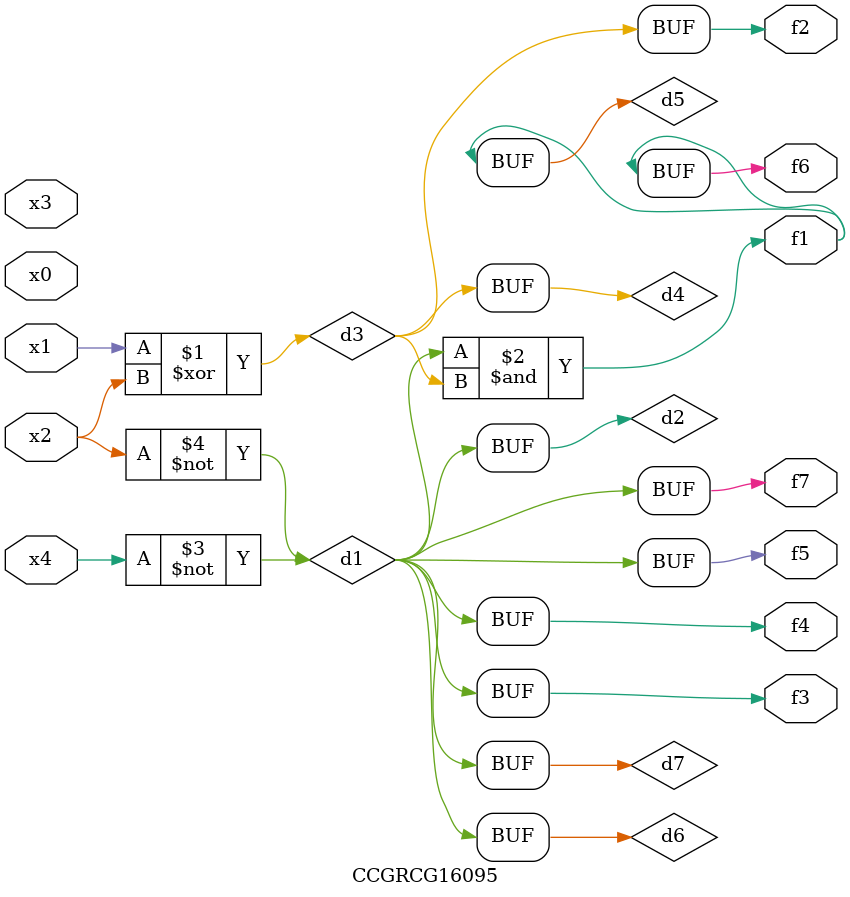
<source format=v>
module CCGRCG16095(
	input x0, x1, x2, x3, x4,
	output f1, f2, f3, f4, f5, f6, f7
);

	wire d1, d2, d3, d4, d5, d6, d7;

	not (d1, x4);
	not (d2, x2);
	xor (d3, x1, x2);
	buf (d4, d3);
	and (d5, d1, d3);
	buf (d6, d1, d2);
	buf (d7, d2);
	assign f1 = d5;
	assign f2 = d4;
	assign f3 = d7;
	assign f4 = d7;
	assign f5 = d7;
	assign f6 = d5;
	assign f7 = d7;
endmodule

</source>
